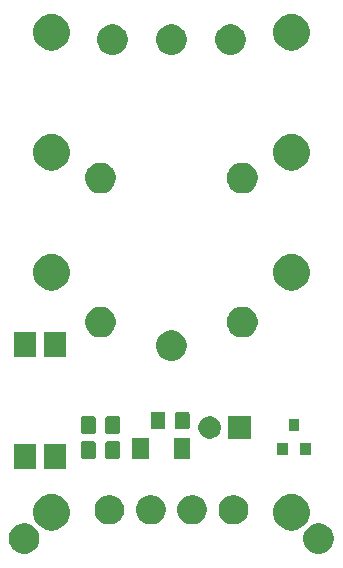
<source format=gbr>
G04 #@! TF.GenerationSoftware,KiCad,Pcbnew,5.1.5-52549c5~86~ubuntu18.04.1*
G04 #@! TF.CreationDate,2020-09-29T20:16:12-05:00*
G04 #@! TF.ProjectId,D04,4430342e-6b69-4636-9164-5f7063625858,rev?*
G04 #@! TF.SameCoordinates,Original*
G04 #@! TF.FileFunction,Soldermask,Top*
G04 #@! TF.FilePolarity,Negative*
%FSLAX46Y46*%
G04 Gerber Fmt 4.6, Leading zero omitted, Abs format (unit mm)*
G04 Created by KiCad (PCBNEW 5.1.5-52549c5~86~ubuntu18.04.1) date 2020-09-29 20:16:12*
%MOMM*%
%LPD*%
G04 APERTURE LIST*
%ADD10C,0.100000*%
G04 APERTURE END LIST*
D10*
G36*
X46819393Y-65424304D02*
G01*
X47056101Y-65522352D01*
X47056103Y-65522353D01*
X47269135Y-65664696D01*
X47450304Y-65845865D01*
X47592647Y-66058897D01*
X47592648Y-66058899D01*
X47690696Y-66295607D01*
X47740680Y-66546893D01*
X47740680Y-66803107D01*
X47690696Y-67054393D01*
X47592648Y-67291101D01*
X47592647Y-67291103D01*
X47450304Y-67504135D01*
X47269135Y-67685304D01*
X47056103Y-67827647D01*
X47056102Y-67827648D01*
X47056101Y-67827648D01*
X46819393Y-67925696D01*
X46568107Y-67975680D01*
X46311893Y-67975680D01*
X46060607Y-67925696D01*
X45823899Y-67827648D01*
X45823898Y-67827648D01*
X45823897Y-67827647D01*
X45610865Y-67685304D01*
X45429696Y-67504135D01*
X45287353Y-67291103D01*
X45287352Y-67291101D01*
X45189304Y-67054393D01*
X45139320Y-66803107D01*
X45139320Y-66546893D01*
X45189304Y-66295607D01*
X45287352Y-66058899D01*
X45287353Y-66058897D01*
X45429696Y-65845865D01*
X45610865Y-65664696D01*
X45823897Y-65522353D01*
X45823899Y-65522352D01*
X46060607Y-65424304D01*
X46311893Y-65374320D01*
X46568107Y-65374320D01*
X46819393Y-65424304D01*
G37*
G36*
X21879393Y-65424304D02*
G01*
X22116101Y-65522352D01*
X22116103Y-65522353D01*
X22329135Y-65664696D01*
X22510304Y-65845865D01*
X22652647Y-66058897D01*
X22652648Y-66058899D01*
X22750696Y-66295607D01*
X22800680Y-66546893D01*
X22800680Y-66803107D01*
X22750696Y-67054393D01*
X22652648Y-67291101D01*
X22652647Y-67291103D01*
X22510304Y-67504135D01*
X22329135Y-67685304D01*
X22116103Y-67827647D01*
X22116102Y-67827648D01*
X22116101Y-67827648D01*
X21879393Y-67925696D01*
X21628107Y-67975680D01*
X21371893Y-67975680D01*
X21120607Y-67925696D01*
X20883899Y-67827648D01*
X20883898Y-67827648D01*
X20883897Y-67827647D01*
X20670865Y-67685304D01*
X20489696Y-67504135D01*
X20347353Y-67291103D01*
X20347352Y-67291101D01*
X20249304Y-67054393D01*
X20199320Y-66803107D01*
X20199320Y-66546893D01*
X20249304Y-66295607D01*
X20347352Y-66058899D01*
X20347353Y-66058897D01*
X20489696Y-65845865D01*
X20670865Y-65664696D01*
X20883897Y-65522353D01*
X20883899Y-65522352D01*
X21120607Y-65424304D01*
X21371893Y-65374320D01*
X21628107Y-65374320D01*
X21879393Y-65424304D01*
G37*
G36*
X44432585Y-62928802D02*
G01*
X44582410Y-62958604D01*
X44864674Y-63075521D01*
X45118705Y-63245259D01*
X45334741Y-63461295D01*
X45504479Y-63715326D01*
X45621396Y-63997590D01*
X45681000Y-64297240D01*
X45681000Y-64602760D01*
X45621396Y-64902410D01*
X45504479Y-65184674D01*
X45334741Y-65438705D01*
X45118705Y-65654741D01*
X44864674Y-65824479D01*
X44582410Y-65941396D01*
X44432585Y-65971198D01*
X44282761Y-66001000D01*
X43977239Y-66001000D01*
X43827415Y-65971198D01*
X43677590Y-65941396D01*
X43395326Y-65824479D01*
X43141295Y-65654741D01*
X42925259Y-65438705D01*
X42755521Y-65184674D01*
X42638604Y-64902410D01*
X42579000Y-64602760D01*
X42579000Y-64297240D01*
X42638604Y-63997590D01*
X42755521Y-63715326D01*
X42925259Y-63461295D01*
X43141295Y-63245259D01*
X43395326Y-63075521D01*
X43677590Y-62958604D01*
X43827415Y-62928802D01*
X43977239Y-62899000D01*
X44282761Y-62899000D01*
X44432585Y-62928802D01*
G37*
G36*
X24112585Y-62928802D02*
G01*
X24262410Y-62958604D01*
X24544674Y-63075521D01*
X24798705Y-63245259D01*
X25014741Y-63461295D01*
X25184479Y-63715326D01*
X25301396Y-63997590D01*
X25361000Y-64297240D01*
X25361000Y-64602760D01*
X25301396Y-64902410D01*
X25184479Y-65184674D01*
X25014741Y-65438705D01*
X24798705Y-65654741D01*
X24544674Y-65824479D01*
X24262410Y-65941396D01*
X24112585Y-65971198D01*
X23962761Y-66001000D01*
X23657239Y-66001000D01*
X23507415Y-65971198D01*
X23357590Y-65941396D01*
X23075326Y-65824479D01*
X22821295Y-65654741D01*
X22605259Y-65438705D01*
X22435521Y-65184674D01*
X22318604Y-64902410D01*
X22259000Y-64602760D01*
X22259000Y-64297240D01*
X22318604Y-63997590D01*
X22435521Y-63715326D01*
X22605259Y-63461295D01*
X22821295Y-63245259D01*
X23075326Y-63075521D01*
X23357590Y-62958604D01*
X23507415Y-62928802D01*
X23657239Y-62899000D01*
X23962761Y-62899000D01*
X24112585Y-62928802D01*
G37*
G36*
X39584903Y-63033675D02*
G01*
X39685929Y-63075521D01*
X39812571Y-63127978D01*
X40017466Y-63264885D01*
X40191715Y-63439134D01*
X40328622Y-63644029D01*
X40422925Y-63871697D01*
X40471000Y-64113387D01*
X40471000Y-64359813D01*
X40422925Y-64601503D01*
X40328622Y-64829171D01*
X40191715Y-65034066D01*
X40017466Y-65208315D01*
X39812571Y-65345222D01*
X39812570Y-65345223D01*
X39812569Y-65345223D01*
X39584903Y-65439525D01*
X39343214Y-65487600D01*
X39096786Y-65487600D01*
X38855097Y-65439525D01*
X38627431Y-65345223D01*
X38627430Y-65345223D01*
X38627429Y-65345222D01*
X38422534Y-65208315D01*
X38248285Y-65034066D01*
X38111378Y-64829171D01*
X38017075Y-64601503D01*
X37969000Y-64359813D01*
X37969000Y-64113387D01*
X38017075Y-63871697D01*
X38111378Y-63644029D01*
X38248285Y-63439134D01*
X38422534Y-63264885D01*
X38627429Y-63127978D01*
X38754072Y-63075521D01*
X38855097Y-63033675D01*
X39096786Y-62985600D01*
X39343214Y-62985600D01*
X39584903Y-63033675D01*
G37*
G36*
X29084903Y-63033675D02*
G01*
X29185929Y-63075521D01*
X29312571Y-63127978D01*
X29517466Y-63264885D01*
X29691715Y-63439134D01*
X29828622Y-63644029D01*
X29922925Y-63871697D01*
X29971000Y-64113387D01*
X29971000Y-64359813D01*
X29922925Y-64601503D01*
X29828622Y-64829171D01*
X29691715Y-65034066D01*
X29517466Y-65208315D01*
X29312571Y-65345222D01*
X29312570Y-65345223D01*
X29312569Y-65345223D01*
X29084903Y-65439525D01*
X28843214Y-65487600D01*
X28596786Y-65487600D01*
X28355097Y-65439525D01*
X28127431Y-65345223D01*
X28127430Y-65345223D01*
X28127429Y-65345222D01*
X27922534Y-65208315D01*
X27748285Y-65034066D01*
X27611378Y-64829171D01*
X27517075Y-64601503D01*
X27469000Y-64359813D01*
X27469000Y-64113387D01*
X27517075Y-63871697D01*
X27611378Y-63644029D01*
X27748285Y-63439134D01*
X27922534Y-63264885D01*
X28127429Y-63127978D01*
X28254072Y-63075521D01*
X28355097Y-63033675D01*
X28596786Y-62985600D01*
X28843214Y-62985600D01*
X29084903Y-63033675D01*
G37*
G36*
X32584903Y-63033675D02*
G01*
X32685929Y-63075521D01*
X32812571Y-63127978D01*
X33017466Y-63264885D01*
X33191715Y-63439134D01*
X33328622Y-63644029D01*
X33422925Y-63871697D01*
X33471000Y-64113387D01*
X33471000Y-64359813D01*
X33422925Y-64601503D01*
X33328622Y-64829171D01*
X33191715Y-65034066D01*
X33017466Y-65208315D01*
X32812571Y-65345222D01*
X32812570Y-65345223D01*
X32812569Y-65345223D01*
X32584903Y-65439525D01*
X32343214Y-65487600D01*
X32096786Y-65487600D01*
X31855097Y-65439525D01*
X31627431Y-65345223D01*
X31627430Y-65345223D01*
X31627429Y-65345222D01*
X31422534Y-65208315D01*
X31248285Y-65034066D01*
X31111378Y-64829171D01*
X31017075Y-64601503D01*
X30969000Y-64359813D01*
X30969000Y-64113387D01*
X31017075Y-63871697D01*
X31111378Y-63644029D01*
X31248285Y-63439134D01*
X31422534Y-63264885D01*
X31627429Y-63127978D01*
X31754072Y-63075521D01*
X31855097Y-63033675D01*
X32096786Y-62985600D01*
X32343214Y-62985600D01*
X32584903Y-63033675D01*
G37*
G36*
X36084903Y-63033675D02*
G01*
X36185929Y-63075521D01*
X36312571Y-63127978D01*
X36517466Y-63264885D01*
X36691715Y-63439134D01*
X36828622Y-63644029D01*
X36922925Y-63871697D01*
X36971000Y-64113387D01*
X36971000Y-64359813D01*
X36922925Y-64601503D01*
X36828622Y-64829171D01*
X36691715Y-65034066D01*
X36517466Y-65208315D01*
X36312571Y-65345222D01*
X36312570Y-65345223D01*
X36312569Y-65345223D01*
X36084903Y-65439525D01*
X35843214Y-65487600D01*
X35596786Y-65487600D01*
X35355097Y-65439525D01*
X35127431Y-65345223D01*
X35127430Y-65345223D01*
X35127429Y-65345222D01*
X34922534Y-65208315D01*
X34748285Y-65034066D01*
X34611378Y-64829171D01*
X34517075Y-64601503D01*
X34469000Y-64359813D01*
X34469000Y-64113387D01*
X34517075Y-63871697D01*
X34611378Y-63644029D01*
X34748285Y-63439134D01*
X34922534Y-63264885D01*
X35127429Y-63127978D01*
X35254072Y-63075521D01*
X35355097Y-63033675D01*
X35596786Y-62985600D01*
X35843214Y-62985600D01*
X36084903Y-63033675D01*
G37*
G36*
X25061000Y-60807000D02*
G01*
X23179000Y-60807000D01*
X23179000Y-58705000D01*
X25061000Y-58705000D01*
X25061000Y-60807000D01*
G37*
G36*
X22521000Y-60807000D02*
G01*
X20639000Y-60807000D01*
X20639000Y-58705000D01*
X22521000Y-58705000D01*
X22521000Y-60807000D01*
G37*
G36*
X27404074Y-58435465D02*
G01*
X27441767Y-58446899D01*
X27476503Y-58465466D01*
X27506948Y-58490452D01*
X27531934Y-58520897D01*
X27550501Y-58555633D01*
X27561935Y-58593326D01*
X27566400Y-58638661D01*
X27566400Y-59725339D01*
X27561935Y-59770674D01*
X27550501Y-59808367D01*
X27531934Y-59843103D01*
X27506948Y-59873548D01*
X27476503Y-59898534D01*
X27441767Y-59917101D01*
X27404074Y-59928535D01*
X27358739Y-59933000D01*
X26522061Y-59933000D01*
X26476726Y-59928535D01*
X26439033Y-59917101D01*
X26404297Y-59898534D01*
X26373852Y-59873548D01*
X26348866Y-59843103D01*
X26330299Y-59808367D01*
X26318865Y-59770674D01*
X26314400Y-59725339D01*
X26314400Y-58638661D01*
X26318865Y-58593326D01*
X26330299Y-58555633D01*
X26348866Y-58520897D01*
X26373852Y-58490452D01*
X26404297Y-58465466D01*
X26439033Y-58446899D01*
X26476726Y-58435465D01*
X26522061Y-58431000D01*
X27358739Y-58431000D01*
X27404074Y-58435465D01*
G37*
G36*
X29454074Y-58435465D02*
G01*
X29491767Y-58446899D01*
X29526503Y-58465466D01*
X29556948Y-58490452D01*
X29581934Y-58520897D01*
X29600501Y-58555633D01*
X29611935Y-58593326D01*
X29616400Y-58638661D01*
X29616400Y-59725339D01*
X29611935Y-59770674D01*
X29600501Y-59808367D01*
X29581934Y-59843103D01*
X29556948Y-59873548D01*
X29526503Y-59898534D01*
X29491767Y-59917101D01*
X29454074Y-59928535D01*
X29408739Y-59933000D01*
X28572061Y-59933000D01*
X28526726Y-59928535D01*
X28489033Y-59917101D01*
X28454297Y-59898534D01*
X28423852Y-59873548D01*
X28398866Y-59843103D01*
X28380299Y-59808367D01*
X28368865Y-59770674D01*
X28364400Y-59725339D01*
X28364400Y-58638661D01*
X28368865Y-58593326D01*
X28380299Y-58555633D01*
X28398866Y-58520897D01*
X28423852Y-58490452D01*
X28454297Y-58465466D01*
X28489033Y-58446899D01*
X28526726Y-58435465D01*
X28572061Y-58431000D01*
X29408739Y-58431000D01*
X29454074Y-58435465D01*
G37*
G36*
X35549800Y-59930600D02*
G01*
X34147800Y-59930600D01*
X34147800Y-58128600D01*
X35549800Y-58128600D01*
X35549800Y-59930600D01*
G37*
G36*
X32049800Y-59930600D02*
G01*
X30647800Y-59930600D01*
X30647800Y-58128600D01*
X32049800Y-58128600D01*
X32049800Y-59930600D01*
G37*
G36*
X45749400Y-59565400D02*
G01*
X44847400Y-59565400D01*
X44847400Y-58563400D01*
X45749400Y-58563400D01*
X45749400Y-59565400D01*
G37*
G36*
X43849400Y-59565400D02*
G01*
X42947400Y-59565400D01*
X42947400Y-58563400D01*
X43849400Y-58563400D01*
X43849400Y-59565400D01*
G37*
G36*
X40702000Y-58228000D02*
G01*
X38800000Y-58228000D01*
X38800000Y-56326000D01*
X40702000Y-56326000D01*
X40702000Y-58228000D01*
G37*
G36*
X37488395Y-56362546D02*
G01*
X37661466Y-56434234D01*
X37737631Y-56485126D01*
X37817227Y-56538310D01*
X37949690Y-56670773D01*
X37949691Y-56670775D01*
X38053766Y-56826534D01*
X38125454Y-56999605D01*
X38162000Y-57183333D01*
X38162000Y-57370667D01*
X38125454Y-57554395D01*
X38053766Y-57727466D01*
X38041995Y-57745082D01*
X37949690Y-57883227D01*
X37817227Y-58015690D01*
X37738818Y-58068081D01*
X37661466Y-58119766D01*
X37488395Y-58191454D01*
X37304667Y-58228000D01*
X37117333Y-58228000D01*
X36933605Y-58191454D01*
X36760534Y-58119766D01*
X36683182Y-58068081D01*
X36604773Y-58015690D01*
X36472310Y-57883227D01*
X36380005Y-57745082D01*
X36368234Y-57727466D01*
X36296546Y-57554395D01*
X36260000Y-57370667D01*
X36260000Y-57183333D01*
X36296546Y-56999605D01*
X36368234Y-56826534D01*
X36472309Y-56670775D01*
X36472310Y-56670773D01*
X36604773Y-56538310D01*
X36684369Y-56485126D01*
X36760534Y-56434234D01*
X36933605Y-56362546D01*
X37117333Y-56326000D01*
X37304667Y-56326000D01*
X37488395Y-56362546D01*
G37*
G36*
X27404074Y-56327265D02*
G01*
X27441767Y-56338699D01*
X27476503Y-56357266D01*
X27506948Y-56382252D01*
X27531934Y-56412697D01*
X27550501Y-56447433D01*
X27561935Y-56485126D01*
X27566400Y-56530461D01*
X27566400Y-57617139D01*
X27561935Y-57662474D01*
X27550501Y-57700167D01*
X27531934Y-57734903D01*
X27506948Y-57765348D01*
X27476503Y-57790334D01*
X27441767Y-57808901D01*
X27404074Y-57820335D01*
X27358739Y-57824800D01*
X26522061Y-57824800D01*
X26476726Y-57820335D01*
X26439033Y-57808901D01*
X26404297Y-57790334D01*
X26373852Y-57765348D01*
X26348866Y-57734903D01*
X26330299Y-57700167D01*
X26318865Y-57662474D01*
X26314400Y-57617139D01*
X26314400Y-56530461D01*
X26318865Y-56485126D01*
X26330299Y-56447433D01*
X26348866Y-56412697D01*
X26373852Y-56382252D01*
X26404297Y-56357266D01*
X26439033Y-56338699D01*
X26476726Y-56327265D01*
X26522061Y-56322800D01*
X27358739Y-56322800D01*
X27404074Y-56327265D01*
G37*
G36*
X29454074Y-56327265D02*
G01*
X29491767Y-56338699D01*
X29526503Y-56357266D01*
X29556948Y-56382252D01*
X29581934Y-56412697D01*
X29600501Y-56447433D01*
X29611935Y-56485126D01*
X29616400Y-56530461D01*
X29616400Y-57617139D01*
X29611935Y-57662474D01*
X29600501Y-57700167D01*
X29581934Y-57734903D01*
X29556948Y-57765348D01*
X29526503Y-57790334D01*
X29491767Y-57808901D01*
X29454074Y-57820335D01*
X29408739Y-57824800D01*
X28572061Y-57824800D01*
X28526726Y-57820335D01*
X28489033Y-57808901D01*
X28454297Y-57790334D01*
X28423852Y-57765348D01*
X28398866Y-57734903D01*
X28380299Y-57700167D01*
X28368865Y-57662474D01*
X28364400Y-57617139D01*
X28364400Y-56530461D01*
X28368865Y-56485126D01*
X28380299Y-56447433D01*
X28398866Y-56412697D01*
X28423852Y-56382252D01*
X28454297Y-56357266D01*
X28489033Y-56338699D01*
X28526726Y-56327265D01*
X28572061Y-56322800D01*
X29408739Y-56322800D01*
X29454074Y-56327265D01*
G37*
G36*
X44799400Y-57565400D02*
G01*
X43897400Y-57565400D01*
X43897400Y-56563400D01*
X44799400Y-56563400D01*
X44799400Y-57565400D01*
G37*
G36*
X33296874Y-55946265D02*
G01*
X33334567Y-55957699D01*
X33369303Y-55976266D01*
X33399748Y-56001252D01*
X33424734Y-56031697D01*
X33443301Y-56066433D01*
X33454735Y-56104126D01*
X33459200Y-56149461D01*
X33459200Y-57236139D01*
X33454735Y-57281474D01*
X33443301Y-57319167D01*
X33424734Y-57353903D01*
X33399748Y-57384348D01*
X33369303Y-57409334D01*
X33334567Y-57427901D01*
X33296874Y-57439335D01*
X33251539Y-57443800D01*
X32414861Y-57443800D01*
X32369526Y-57439335D01*
X32331833Y-57427901D01*
X32297097Y-57409334D01*
X32266652Y-57384348D01*
X32241666Y-57353903D01*
X32223099Y-57319167D01*
X32211665Y-57281474D01*
X32207200Y-57236139D01*
X32207200Y-56149461D01*
X32211665Y-56104126D01*
X32223099Y-56066433D01*
X32241666Y-56031697D01*
X32266652Y-56001252D01*
X32297097Y-55976266D01*
X32331833Y-55957699D01*
X32369526Y-55946265D01*
X32414861Y-55941800D01*
X33251539Y-55941800D01*
X33296874Y-55946265D01*
G37*
G36*
X35346874Y-55946265D02*
G01*
X35384567Y-55957699D01*
X35419303Y-55976266D01*
X35449748Y-56001252D01*
X35474734Y-56031697D01*
X35493301Y-56066433D01*
X35504735Y-56104126D01*
X35509200Y-56149461D01*
X35509200Y-57236139D01*
X35504735Y-57281474D01*
X35493301Y-57319167D01*
X35474734Y-57353903D01*
X35449748Y-57384348D01*
X35419303Y-57409334D01*
X35384567Y-57427901D01*
X35346874Y-57439335D01*
X35301539Y-57443800D01*
X34464861Y-57443800D01*
X34419526Y-57439335D01*
X34381833Y-57427901D01*
X34347097Y-57409334D01*
X34316652Y-57384348D01*
X34291666Y-57353903D01*
X34273099Y-57319167D01*
X34261665Y-57281474D01*
X34257200Y-57236139D01*
X34257200Y-56149461D01*
X34261665Y-56104126D01*
X34273099Y-56066433D01*
X34291666Y-56031697D01*
X34316652Y-56001252D01*
X34347097Y-55976266D01*
X34381833Y-55957699D01*
X34419526Y-55946265D01*
X34464861Y-55941800D01*
X35301539Y-55941800D01*
X35346874Y-55946265D01*
G37*
G36*
X34349487Y-49091796D02*
G01*
X34586253Y-49189868D01*
X34586255Y-49189869D01*
X34799339Y-49332247D01*
X34980553Y-49513461D01*
X35067643Y-49643800D01*
X35122932Y-49726547D01*
X35221004Y-49963313D01*
X35271000Y-50214661D01*
X35271000Y-50470939D01*
X35221004Y-50722287D01*
X35122932Y-50959053D01*
X35122931Y-50959055D01*
X34980553Y-51172139D01*
X34799339Y-51353353D01*
X34586255Y-51495731D01*
X34586254Y-51495732D01*
X34586253Y-51495732D01*
X34349487Y-51593804D01*
X34098139Y-51643800D01*
X33841861Y-51643800D01*
X33590513Y-51593804D01*
X33353747Y-51495732D01*
X33353746Y-51495732D01*
X33353745Y-51495731D01*
X33140661Y-51353353D01*
X32959447Y-51172139D01*
X32817069Y-50959055D01*
X32817068Y-50959053D01*
X32718996Y-50722287D01*
X32669000Y-50470939D01*
X32669000Y-50214661D01*
X32718996Y-49963313D01*
X32817068Y-49726547D01*
X32872358Y-49643800D01*
X32959447Y-49513461D01*
X33140661Y-49332247D01*
X33353745Y-49189869D01*
X33353747Y-49189868D01*
X33590513Y-49091796D01*
X33841861Y-49041800D01*
X34098139Y-49041800D01*
X34349487Y-49091796D01*
G37*
G36*
X25061000Y-51277000D02*
G01*
X23179000Y-51277000D01*
X23179000Y-49175000D01*
X25061000Y-49175000D01*
X25061000Y-51277000D01*
G37*
G36*
X22521000Y-51277000D02*
G01*
X20639000Y-51277000D01*
X20639000Y-49175000D01*
X22521000Y-49175000D01*
X22521000Y-51277000D01*
G37*
G36*
X28349487Y-47091796D02*
G01*
X28586253Y-47189868D01*
X28586255Y-47189869D01*
X28799339Y-47332247D01*
X28980553Y-47513461D01*
X29122932Y-47726547D01*
X29221004Y-47963313D01*
X29271000Y-48214661D01*
X29271000Y-48470939D01*
X29221004Y-48722287D01*
X29122932Y-48959053D01*
X29122931Y-48959055D01*
X28980553Y-49172139D01*
X28799339Y-49353353D01*
X28586255Y-49495731D01*
X28586254Y-49495732D01*
X28586253Y-49495732D01*
X28349487Y-49593804D01*
X28098139Y-49643800D01*
X27841861Y-49643800D01*
X27590513Y-49593804D01*
X27353747Y-49495732D01*
X27353746Y-49495732D01*
X27353745Y-49495731D01*
X27140661Y-49353353D01*
X26959447Y-49172139D01*
X26817069Y-48959055D01*
X26817068Y-48959053D01*
X26718996Y-48722287D01*
X26669000Y-48470939D01*
X26669000Y-48214661D01*
X26718996Y-47963313D01*
X26817068Y-47726547D01*
X26959447Y-47513461D01*
X27140661Y-47332247D01*
X27353745Y-47189869D01*
X27353747Y-47189868D01*
X27590513Y-47091796D01*
X27841861Y-47041800D01*
X28098139Y-47041800D01*
X28349487Y-47091796D01*
G37*
G36*
X40349487Y-47091796D02*
G01*
X40586253Y-47189868D01*
X40586255Y-47189869D01*
X40799339Y-47332247D01*
X40980553Y-47513461D01*
X41122932Y-47726547D01*
X41221004Y-47963313D01*
X41271000Y-48214661D01*
X41271000Y-48470939D01*
X41221004Y-48722287D01*
X41122932Y-48959053D01*
X41122931Y-48959055D01*
X40980553Y-49172139D01*
X40799339Y-49353353D01*
X40586255Y-49495731D01*
X40586254Y-49495732D01*
X40586253Y-49495732D01*
X40349487Y-49593804D01*
X40098139Y-49643800D01*
X39841861Y-49643800D01*
X39590513Y-49593804D01*
X39353747Y-49495732D01*
X39353746Y-49495732D01*
X39353745Y-49495731D01*
X39140661Y-49353353D01*
X38959447Y-49172139D01*
X38817069Y-48959055D01*
X38817068Y-48959053D01*
X38718996Y-48722287D01*
X38669000Y-48470939D01*
X38669000Y-48214661D01*
X38718996Y-47963313D01*
X38817068Y-47726547D01*
X38959447Y-47513461D01*
X39140661Y-47332247D01*
X39353745Y-47189869D01*
X39353747Y-47189868D01*
X39590513Y-47091796D01*
X39841861Y-47041800D01*
X40098139Y-47041800D01*
X40349487Y-47091796D01*
G37*
G36*
X24112585Y-42608802D02*
G01*
X24262410Y-42638604D01*
X24544674Y-42755521D01*
X24798705Y-42925259D01*
X25014741Y-43141295D01*
X25184479Y-43395326D01*
X25301396Y-43677590D01*
X25361000Y-43977240D01*
X25361000Y-44282760D01*
X25301396Y-44582410D01*
X25184479Y-44864674D01*
X25014741Y-45118705D01*
X24798705Y-45334741D01*
X24544674Y-45504479D01*
X24262410Y-45621396D01*
X24112585Y-45651198D01*
X23962761Y-45681000D01*
X23657239Y-45681000D01*
X23507415Y-45651198D01*
X23357590Y-45621396D01*
X23075326Y-45504479D01*
X22821295Y-45334741D01*
X22605259Y-45118705D01*
X22435521Y-44864674D01*
X22318604Y-44582410D01*
X22259000Y-44282760D01*
X22259000Y-43977240D01*
X22318604Y-43677590D01*
X22435521Y-43395326D01*
X22605259Y-43141295D01*
X22821295Y-42925259D01*
X23075326Y-42755521D01*
X23357590Y-42638604D01*
X23507415Y-42608802D01*
X23657239Y-42579000D01*
X23962761Y-42579000D01*
X24112585Y-42608802D01*
G37*
G36*
X44432585Y-42608802D02*
G01*
X44582410Y-42638604D01*
X44864674Y-42755521D01*
X45118705Y-42925259D01*
X45334741Y-43141295D01*
X45504479Y-43395326D01*
X45621396Y-43677590D01*
X45681000Y-43977240D01*
X45681000Y-44282760D01*
X45621396Y-44582410D01*
X45504479Y-44864674D01*
X45334741Y-45118705D01*
X45118705Y-45334741D01*
X44864674Y-45504479D01*
X44582410Y-45621396D01*
X44432585Y-45651198D01*
X44282761Y-45681000D01*
X43977239Y-45681000D01*
X43827415Y-45651198D01*
X43677590Y-45621396D01*
X43395326Y-45504479D01*
X43141295Y-45334741D01*
X42925259Y-45118705D01*
X42755521Y-44864674D01*
X42638604Y-44582410D01*
X42579000Y-44282760D01*
X42579000Y-43977240D01*
X42638604Y-43677590D01*
X42755521Y-43395326D01*
X42925259Y-43141295D01*
X43141295Y-42925259D01*
X43395326Y-42755521D01*
X43677590Y-42638604D01*
X43827415Y-42608802D01*
X43977239Y-42579000D01*
X44282761Y-42579000D01*
X44432585Y-42608802D01*
G37*
G36*
X40349487Y-34891796D02*
G01*
X40586253Y-34989868D01*
X40586255Y-34989869D01*
X40799339Y-35132247D01*
X40980553Y-35313461D01*
X41001279Y-35344479D01*
X41122932Y-35526547D01*
X41221004Y-35763313D01*
X41271000Y-36014661D01*
X41271000Y-36270939D01*
X41221004Y-36522287D01*
X41122932Y-36759053D01*
X41122931Y-36759055D01*
X40980553Y-36972139D01*
X40799339Y-37153353D01*
X40586255Y-37295731D01*
X40586254Y-37295732D01*
X40586253Y-37295732D01*
X40349487Y-37393804D01*
X40098139Y-37443800D01*
X39841861Y-37443800D01*
X39590513Y-37393804D01*
X39353747Y-37295732D01*
X39353746Y-37295732D01*
X39353745Y-37295731D01*
X39140661Y-37153353D01*
X38959447Y-36972139D01*
X38817069Y-36759055D01*
X38817068Y-36759053D01*
X38718996Y-36522287D01*
X38669000Y-36270939D01*
X38669000Y-36014661D01*
X38718996Y-35763313D01*
X38817068Y-35526547D01*
X38938722Y-35344479D01*
X38959447Y-35313461D01*
X39140661Y-35132247D01*
X39353745Y-34989869D01*
X39353747Y-34989868D01*
X39590513Y-34891796D01*
X39841861Y-34841800D01*
X40098139Y-34841800D01*
X40349487Y-34891796D01*
G37*
G36*
X28349487Y-34891796D02*
G01*
X28586253Y-34989868D01*
X28586255Y-34989869D01*
X28799339Y-35132247D01*
X28980553Y-35313461D01*
X29001279Y-35344479D01*
X29122932Y-35526547D01*
X29221004Y-35763313D01*
X29271000Y-36014661D01*
X29271000Y-36270939D01*
X29221004Y-36522287D01*
X29122932Y-36759053D01*
X29122931Y-36759055D01*
X28980553Y-36972139D01*
X28799339Y-37153353D01*
X28586255Y-37295731D01*
X28586254Y-37295732D01*
X28586253Y-37295732D01*
X28349487Y-37393804D01*
X28098139Y-37443800D01*
X27841861Y-37443800D01*
X27590513Y-37393804D01*
X27353747Y-37295732D01*
X27353746Y-37295732D01*
X27353745Y-37295731D01*
X27140661Y-37153353D01*
X26959447Y-36972139D01*
X26817069Y-36759055D01*
X26817068Y-36759053D01*
X26718996Y-36522287D01*
X26669000Y-36270939D01*
X26669000Y-36014661D01*
X26718996Y-35763313D01*
X26817068Y-35526547D01*
X26938722Y-35344479D01*
X26959447Y-35313461D01*
X27140661Y-35132247D01*
X27353745Y-34989869D01*
X27353747Y-34989868D01*
X27590513Y-34891796D01*
X27841861Y-34841800D01*
X28098139Y-34841800D01*
X28349487Y-34891796D01*
G37*
G36*
X44432585Y-32448802D02*
G01*
X44582410Y-32478604D01*
X44864674Y-32595521D01*
X45118705Y-32765259D01*
X45334741Y-32981295D01*
X45504479Y-33235326D01*
X45621396Y-33517590D01*
X45681000Y-33817240D01*
X45681000Y-34122760D01*
X45621396Y-34422410D01*
X45504479Y-34704674D01*
X45334741Y-34958705D01*
X45118705Y-35174741D01*
X44864674Y-35344479D01*
X44582410Y-35461396D01*
X44432585Y-35491198D01*
X44282761Y-35521000D01*
X43977239Y-35521000D01*
X43827415Y-35491198D01*
X43677590Y-35461396D01*
X43395326Y-35344479D01*
X43141295Y-35174741D01*
X42925259Y-34958705D01*
X42755521Y-34704674D01*
X42638604Y-34422410D01*
X42579000Y-34122760D01*
X42579000Y-33817240D01*
X42638604Y-33517590D01*
X42755521Y-33235326D01*
X42925259Y-32981295D01*
X43141295Y-32765259D01*
X43395326Y-32595521D01*
X43677590Y-32478604D01*
X43827415Y-32448802D01*
X43977239Y-32419000D01*
X44282761Y-32419000D01*
X44432585Y-32448802D01*
G37*
G36*
X24112585Y-32448802D02*
G01*
X24262410Y-32478604D01*
X24544674Y-32595521D01*
X24798705Y-32765259D01*
X25014741Y-32981295D01*
X25184479Y-33235326D01*
X25301396Y-33517590D01*
X25361000Y-33817240D01*
X25361000Y-34122760D01*
X25301396Y-34422410D01*
X25184479Y-34704674D01*
X25014741Y-34958705D01*
X24798705Y-35174741D01*
X24544674Y-35344479D01*
X24262410Y-35461396D01*
X24112585Y-35491198D01*
X23962761Y-35521000D01*
X23657239Y-35521000D01*
X23507415Y-35491198D01*
X23357590Y-35461396D01*
X23075326Y-35344479D01*
X22821295Y-35174741D01*
X22605259Y-34958705D01*
X22435521Y-34704674D01*
X22318604Y-34422410D01*
X22259000Y-34122760D01*
X22259000Y-33817240D01*
X22318604Y-33517590D01*
X22435521Y-33235326D01*
X22605259Y-32981295D01*
X22821295Y-32765259D01*
X23075326Y-32595521D01*
X23357590Y-32478604D01*
X23507415Y-32448802D01*
X23657239Y-32419000D01*
X23962761Y-32419000D01*
X24112585Y-32448802D01*
G37*
G36*
X34349487Y-23183796D02*
G01*
X34586253Y-23281868D01*
X34586255Y-23281869D01*
X34799339Y-23424247D01*
X34980553Y-23605461D01*
X35015151Y-23657240D01*
X35122932Y-23818547D01*
X35221004Y-24055313D01*
X35271000Y-24306661D01*
X35271000Y-24562939D01*
X35221004Y-24814287D01*
X35137973Y-25014740D01*
X35122931Y-25051055D01*
X34980553Y-25264139D01*
X34799339Y-25445353D01*
X34586255Y-25587731D01*
X34586254Y-25587732D01*
X34586253Y-25587732D01*
X34349487Y-25685804D01*
X34098139Y-25735800D01*
X33841861Y-25735800D01*
X33590513Y-25685804D01*
X33353747Y-25587732D01*
X33353746Y-25587732D01*
X33353745Y-25587731D01*
X33140661Y-25445353D01*
X32959447Y-25264139D01*
X32817069Y-25051055D01*
X32802027Y-25014740D01*
X32718996Y-24814287D01*
X32669000Y-24562939D01*
X32669000Y-24306661D01*
X32718996Y-24055313D01*
X32817068Y-23818547D01*
X32924850Y-23657240D01*
X32959447Y-23605461D01*
X33140661Y-23424247D01*
X33353745Y-23281869D01*
X33353747Y-23281868D01*
X33590513Y-23183796D01*
X33841861Y-23133800D01*
X34098139Y-23133800D01*
X34349487Y-23183796D01*
G37*
G36*
X39349487Y-23183796D02*
G01*
X39586253Y-23281868D01*
X39586255Y-23281869D01*
X39799339Y-23424247D01*
X39980553Y-23605461D01*
X40015151Y-23657240D01*
X40122932Y-23818547D01*
X40221004Y-24055313D01*
X40271000Y-24306661D01*
X40271000Y-24562939D01*
X40221004Y-24814287D01*
X40137973Y-25014740D01*
X40122931Y-25051055D01*
X39980553Y-25264139D01*
X39799339Y-25445353D01*
X39586255Y-25587731D01*
X39586254Y-25587732D01*
X39586253Y-25587732D01*
X39349487Y-25685804D01*
X39098139Y-25735800D01*
X38841861Y-25735800D01*
X38590513Y-25685804D01*
X38353747Y-25587732D01*
X38353746Y-25587732D01*
X38353745Y-25587731D01*
X38140661Y-25445353D01*
X37959447Y-25264139D01*
X37817069Y-25051055D01*
X37802027Y-25014740D01*
X37718996Y-24814287D01*
X37669000Y-24562939D01*
X37669000Y-24306661D01*
X37718996Y-24055313D01*
X37817068Y-23818547D01*
X37924850Y-23657240D01*
X37959447Y-23605461D01*
X38140661Y-23424247D01*
X38353745Y-23281869D01*
X38353747Y-23281868D01*
X38590513Y-23183796D01*
X38841861Y-23133800D01*
X39098139Y-23133800D01*
X39349487Y-23183796D01*
G37*
G36*
X29349487Y-23183796D02*
G01*
X29586253Y-23281868D01*
X29586255Y-23281869D01*
X29799339Y-23424247D01*
X29980553Y-23605461D01*
X30015151Y-23657240D01*
X30122932Y-23818547D01*
X30221004Y-24055313D01*
X30271000Y-24306661D01*
X30271000Y-24562939D01*
X30221004Y-24814287D01*
X30137973Y-25014740D01*
X30122931Y-25051055D01*
X29980553Y-25264139D01*
X29799339Y-25445353D01*
X29586255Y-25587731D01*
X29586254Y-25587732D01*
X29586253Y-25587732D01*
X29349487Y-25685804D01*
X29098139Y-25735800D01*
X28841861Y-25735800D01*
X28590513Y-25685804D01*
X28353747Y-25587732D01*
X28353746Y-25587732D01*
X28353745Y-25587731D01*
X28140661Y-25445353D01*
X27959447Y-25264139D01*
X27817069Y-25051055D01*
X27802027Y-25014740D01*
X27718996Y-24814287D01*
X27669000Y-24562939D01*
X27669000Y-24306661D01*
X27718996Y-24055313D01*
X27817068Y-23818547D01*
X27924850Y-23657240D01*
X27959447Y-23605461D01*
X28140661Y-23424247D01*
X28353745Y-23281869D01*
X28353747Y-23281868D01*
X28590513Y-23183796D01*
X28841861Y-23133800D01*
X29098139Y-23133800D01*
X29349487Y-23183796D01*
G37*
G36*
X24112585Y-22288802D02*
G01*
X24262410Y-22318604D01*
X24544674Y-22435521D01*
X24798705Y-22605259D01*
X25014741Y-22821295D01*
X25184479Y-23075326D01*
X25301396Y-23357590D01*
X25361000Y-23657240D01*
X25361000Y-23962760D01*
X25301396Y-24262410D01*
X25184479Y-24544674D01*
X25014741Y-24798705D01*
X24798705Y-25014741D01*
X24544674Y-25184479D01*
X24262410Y-25301396D01*
X24112585Y-25331198D01*
X23962761Y-25361000D01*
X23657239Y-25361000D01*
X23507415Y-25331198D01*
X23357590Y-25301396D01*
X23075326Y-25184479D01*
X22821295Y-25014741D01*
X22605259Y-24798705D01*
X22435521Y-24544674D01*
X22318604Y-24262410D01*
X22259000Y-23962760D01*
X22259000Y-23657240D01*
X22318604Y-23357590D01*
X22435521Y-23075326D01*
X22605259Y-22821295D01*
X22821295Y-22605259D01*
X23075326Y-22435521D01*
X23357590Y-22318604D01*
X23507415Y-22288802D01*
X23657239Y-22259000D01*
X23962761Y-22259000D01*
X24112585Y-22288802D01*
G37*
G36*
X44432585Y-22288802D02*
G01*
X44582410Y-22318604D01*
X44864674Y-22435521D01*
X45118705Y-22605259D01*
X45334741Y-22821295D01*
X45504479Y-23075326D01*
X45621396Y-23357590D01*
X45681000Y-23657240D01*
X45681000Y-23962760D01*
X45621396Y-24262410D01*
X45504479Y-24544674D01*
X45334741Y-24798705D01*
X45118705Y-25014741D01*
X44864674Y-25184479D01*
X44582410Y-25301396D01*
X44432585Y-25331198D01*
X44282761Y-25361000D01*
X43977239Y-25361000D01*
X43827415Y-25331198D01*
X43677590Y-25301396D01*
X43395326Y-25184479D01*
X43141295Y-25014741D01*
X42925259Y-24798705D01*
X42755521Y-24544674D01*
X42638604Y-24262410D01*
X42579000Y-23962760D01*
X42579000Y-23657240D01*
X42638604Y-23357590D01*
X42755521Y-23075326D01*
X42925259Y-22821295D01*
X43141295Y-22605259D01*
X43395326Y-22435521D01*
X43677590Y-22318604D01*
X43827415Y-22288802D01*
X43977239Y-22259000D01*
X44282761Y-22259000D01*
X44432585Y-22288802D01*
G37*
M02*

</source>
